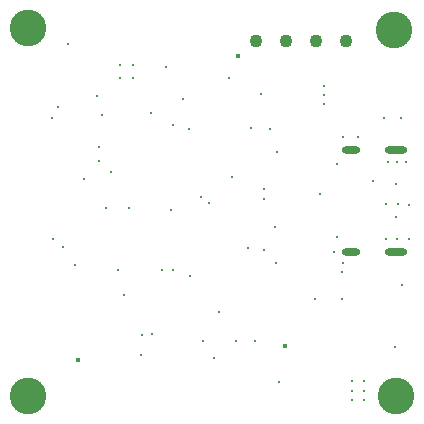
<source format=gbr>
%TF.GenerationSoftware,Altium Limited,Altium Designer,24.1.2 (44)*%
G04 Layer_Color=0*
%FSLAX45Y45*%
%MOMM*%
%TF.SameCoordinates,257A8DD5-596B-45CF-B8F4-21FB4E0B7711*%
%TF.FilePolarity,Positive*%
%TF.FileFunction,Plated,1,2,PTH,Drill*%
%TF.Part,Single*%
G01*
G75*
%TA.AperFunction,ComponentDrill*%
%ADD67O,1.60000X0.60000*%
%ADD68O,1.90000X0.60000*%
%ADD69C,1.10000*%
%TA.AperFunction,OtherDrill,Pad Free-2 (120.775mm,95.331mm)*%
%ADD70C,3.10000*%
%TA.AperFunction,OtherDrill,Pad Free-2 (89.787mm,95.458mm)*%
%ADD71C,3.10000*%
%TA.AperFunction,OtherDrill,Pad Free-2 (89.787mm,64.343mm)*%
%ADD72C,3.10000*%
%TA.AperFunction,OtherDrill,Pad Free-2 (120.902mm,64.343mm)*%
%ADD73C,3.10000*%
%TA.AperFunction,ViaDrill,NotFilled*%
%ADD74C,0.30000*%
%ADD75C,0.40000*%
%ADD76C,0.20000*%
D67*
X11711200Y7653500D02*
D03*
X11711200Y8517500D02*
D03*
D68*
X12093700Y7653500D02*
D03*
Y8517500D02*
D03*
D69*
X11671300Y9436100D02*
D03*
X11417300D02*
D03*
X11163300D02*
D03*
X10909300D02*
D03*
D70*
X12077500Y9533100D02*
D03*
D71*
X8978700Y9545800D02*
D03*
D72*
Y6434300D02*
D03*
D73*
X12090200D02*
D03*
D74*
X9791700Y7289800D02*
D03*
X9372600Y7543800D02*
D03*
X9829800Y8026400D02*
D03*
X12178765Y8411132D02*
D03*
X12026365D02*
D03*
X12102565D02*
D03*
X11480800Y8902700D02*
D03*
Y8978900D02*
D03*
Y9055100D02*
D03*
X12204700Y8051800D02*
D03*
X12105959Y8055113D02*
D03*
X12005959D02*
D03*
X11561827Y7647179D02*
D03*
X10947400Y8991600D02*
D03*
X9185062Y7756495D02*
D03*
X9271000Y7696200D02*
D03*
X11100945Y6550406D02*
D03*
X10739167Y6896802D02*
D03*
X10893733Y6893852D02*
D03*
X11072961Y7559975D02*
D03*
X10553700Y6756400D02*
D03*
X9740670Y7497253D02*
D03*
X9639300Y8026400D02*
D03*
X12136810Y8784445D02*
D03*
X11641644Y8619870D02*
D03*
X11766495D02*
D03*
X11587227Y8396479D02*
D03*
X11638436Y7552641D02*
D03*
X11587227Y7774179D02*
D03*
X11899900Y8255000D02*
D03*
X11989212Y8786837D02*
D03*
X10439982Y8114718D02*
D03*
X10504982Y8065942D02*
D03*
X10704911Y8289134D02*
D03*
X10972800Y8180700D02*
D03*
Y8100700D02*
D03*
X11445845Y8140141D02*
D03*
X11087100Y8496300D02*
D03*
X12003100Y7759700D02*
D03*
X12103100D02*
D03*
X12201841Y7756387D02*
D03*
X10970272Y7668128D02*
D03*
X11069353Y7861367D02*
D03*
X9598617Y8812088D02*
D03*
X10143700Y9218000D02*
D03*
X10678700Y9123000D02*
D03*
X10283700Y8943000D02*
D03*
X10017450Y8826750D02*
D03*
X9231200Y8878000D02*
D03*
X10201200Y8728000D02*
D03*
X9448800Y8267700D02*
D03*
X9677400Y8331200D02*
D03*
X9578700Y8423000D02*
D03*
Y8543000D02*
D03*
X10348700Y7450500D02*
D03*
X10028700Y6953000D02*
D03*
X12093700Y8225500D02*
D03*
Y7945500D02*
D03*
X11633700Y7255500D02*
D03*
X11636200Y7483000D02*
D03*
X10458700Y6900500D02*
D03*
X10113700Y7495500D02*
D03*
X10203700D02*
D03*
X10588700Y7145500D02*
D03*
X10185200Y8009500D02*
D03*
X9181200Y8780500D02*
D03*
X10338700Y8695500D02*
D03*
X9558700Y8970500D02*
D03*
X9928700Y6778000D02*
D03*
X9941200Y6950500D02*
D03*
X11721200Y6473000D02*
D03*
Y6393000D02*
D03*
X11816200D02*
D03*
Y6473000D02*
D03*
Y6555500D02*
D03*
X9311200Y9413000D02*
D03*
X10866200Y8698000D02*
D03*
X10838700Y7688000D02*
D03*
X11403700Y7248000D02*
D03*
X11021200Y8690500D02*
D03*
X11716787Y6553587D02*
D03*
X12079822Y6843341D02*
D03*
X12141067Y7369214D02*
D03*
D75*
X10756900Y9309100D02*
D03*
X9396077Y6736776D02*
D03*
X11153700Y6850500D02*
D03*
D76*
X9753700Y9235500D02*
D03*
Y9125500D02*
D03*
X9863700D02*
D03*
Y9235500D02*
D03*
%TF.MD5,e761812125bf684b7feac976dbda7fcc*%
M02*

</source>
